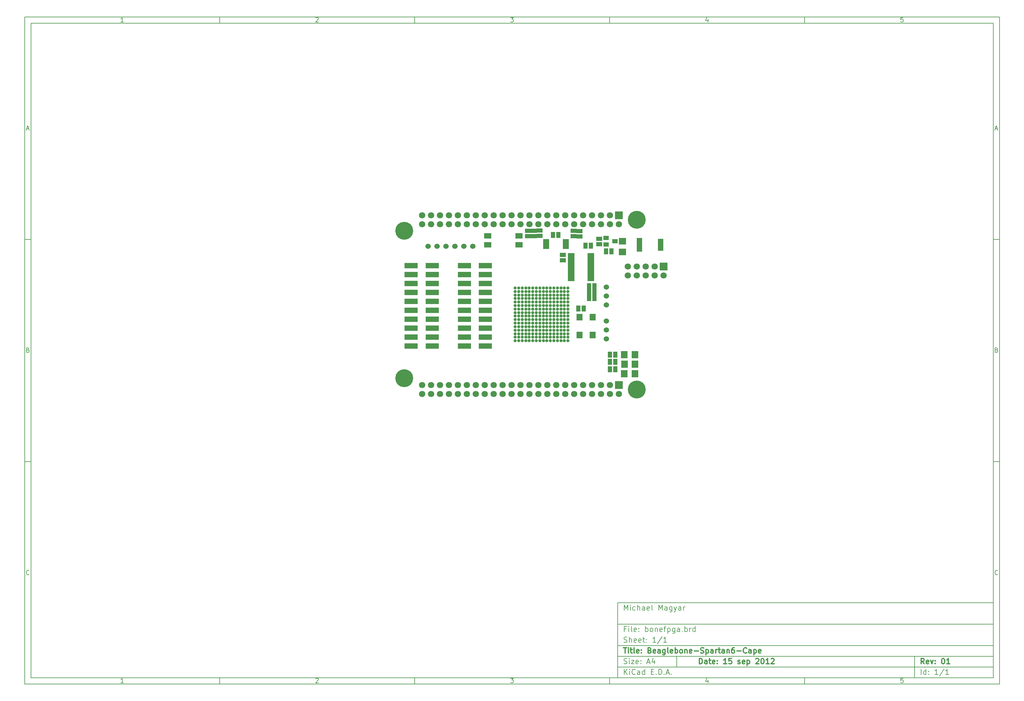
<source format=gts>
G04 (created by PCBNEW-RS274X (2012-jan-04)-stable) date Fri Sep 14 23:37:00 2012*
G01*
G70*
G90*
%MOIN*%
G04 Gerber Fmt 3.4, Leading zero omitted, Abs format*
%FSLAX34Y34*%
G04 APERTURE LIST*
%ADD10C,0.006000*%
%ADD11C,0.012000*%
%ADD12C,0.060200*%
%ADD13C,0.200000*%
%ADD14R,0.085000X0.085000*%
%ADD15C,0.071200*%
%ADD16R,0.067200X0.075100*%
%ADD17R,0.071200X0.031800*%
%ADD18R,0.077900X0.036500*%
%ADD19R,0.059400X0.047600*%
%ADD20R,0.045000X0.065000*%
%ADD21R,0.065000X0.045000*%
%ADD22R,0.145200X0.060200*%
%ADD23R,0.079100X0.063300*%
%ADD24R,0.059400X0.157800*%
%ADD25R,0.059400X0.138100*%
%ADD26R,0.075100X0.083000*%
%ADD27R,0.083000X0.075100*%
%ADD28C,0.035700*%
G04 APERTURE END LIST*
G54D10*
X04000Y-04000D02*
X113000Y-04000D01*
X113000Y-78670D01*
X04000Y-78670D01*
X04000Y-04000D01*
X04700Y-04700D02*
X112300Y-04700D01*
X112300Y-77970D01*
X04700Y-77970D01*
X04700Y-04700D01*
X25800Y-04000D02*
X25800Y-04700D01*
X15043Y-04552D02*
X14757Y-04552D01*
X14900Y-04552D02*
X14900Y-04052D01*
X14852Y-04124D01*
X14805Y-04171D01*
X14757Y-04195D01*
X25800Y-78670D02*
X25800Y-77970D01*
X15043Y-78522D02*
X14757Y-78522D01*
X14900Y-78522D02*
X14900Y-78022D01*
X14852Y-78094D01*
X14805Y-78141D01*
X14757Y-78165D01*
X47600Y-04000D02*
X47600Y-04700D01*
X36557Y-04100D02*
X36581Y-04076D01*
X36629Y-04052D01*
X36748Y-04052D01*
X36795Y-04076D01*
X36819Y-04100D01*
X36843Y-04148D01*
X36843Y-04195D01*
X36819Y-04267D01*
X36533Y-04552D01*
X36843Y-04552D01*
X47600Y-78670D02*
X47600Y-77970D01*
X36557Y-78070D02*
X36581Y-78046D01*
X36629Y-78022D01*
X36748Y-78022D01*
X36795Y-78046D01*
X36819Y-78070D01*
X36843Y-78118D01*
X36843Y-78165D01*
X36819Y-78237D01*
X36533Y-78522D01*
X36843Y-78522D01*
X69400Y-04000D02*
X69400Y-04700D01*
X58333Y-04052D02*
X58643Y-04052D01*
X58476Y-04243D01*
X58548Y-04243D01*
X58595Y-04267D01*
X58619Y-04290D01*
X58643Y-04338D01*
X58643Y-04457D01*
X58619Y-04505D01*
X58595Y-04529D01*
X58548Y-04552D01*
X58405Y-04552D01*
X58357Y-04529D01*
X58333Y-04505D01*
X69400Y-78670D02*
X69400Y-77970D01*
X58333Y-78022D02*
X58643Y-78022D01*
X58476Y-78213D01*
X58548Y-78213D01*
X58595Y-78237D01*
X58619Y-78260D01*
X58643Y-78308D01*
X58643Y-78427D01*
X58619Y-78475D01*
X58595Y-78499D01*
X58548Y-78522D01*
X58405Y-78522D01*
X58357Y-78499D01*
X58333Y-78475D01*
X91200Y-04000D02*
X91200Y-04700D01*
X80395Y-04219D02*
X80395Y-04552D01*
X80276Y-04029D02*
X80157Y-04386D01*
X80467Y-04386D01*
X91200Y-78670D02*
X91200Y-77970D01*
X80395Y-78189D02*
X80395Y-78522D01*
X80276Y-77999D02*
X80157Y-78356D01*
X80467Y-78356D01*
X102219Y-04052D02*
X101981Y-04052D01*
X101957Y-04290D01*
X101981Y-04267D01*
X102029Y-04243D01*
X102148Y-04243D01*
X102195Y-04267D01*
X102219Y-04290D01*
X102243Y-04338D01*
X102243Y-04457D01*
X102219Y-04505D01*
X102195Y-04529D01*
X102148Y-04552D01*
X102029Y-04552D01*
X101981Y-04529D01*
X101957Y-04505D01*
X102219Y-78022D02*
X101981Y-78022D01*
X101957Y-78260D01*
X101981Y-78237D01*
X102029Y-78213D01*
X102148Y-78213D01*
X102195Y-78237D01*
X102219Y-78260D01*
X102243Y-78308D01*
X102243Y-78427D01*
X102219Y-78475D01*
X102195Y-78499D01*
X102148Y-78522D01*
X102029Y-78522D01*
X101981Y-78499D01*
X101957Y-78475D01*
X04000Y-28890D02*
X04700Y-28890D01*
X04231Y-16510D02*
X04469Y-16510D01*
X04184Y-16652D02*
X04350Y-16152D01*
X04517Y-16652D01*
X113000Y-28890D02*
X112300Y-28890D01*
X112531Y-16510D02*
X112769Y-16510D01*
X112484Y-16652D02*
X112650Y-16152D01*
X112817Y-16652D01*
X04000Y-53780D02*
X04700Y-53780D01*
X04386Y-41280D02*
X04457Y-41304D01*
X04481Y-41328D01*
X04505Y-41376D01*
X04505Y-41447D01*
X04481Y-41495D01*
X04457Y-41519D01*
X04410Y-41542D01*
X04219Y-41542D01*
X04219Y-41042D01*
X04386Y-41042D01*
X04433Y-41066D01*
X04457Y-41090D01*
X04481Y-41138D01*
X04481Y-41185D01*
X04457Y-41233D01*
X04433Y-41257D01*
X04386Y-41280D01*
X04219Y-41280D01*
X113000Y-53780D02*
X112300Y-53780D01*
X112686Y-41280D02*
X112757Y-41304D01*
X112781Y-41328D01*
X112805Y-41376D01*
X112805Y-41447D01*
X112781Y-41495D01*
X112757Y-41519D01*
X112710Y-41542D01*
X112519Y-41542D01*
X112519Y-41042D01*
X112686Y-41042D01*
X112733Y-41066D01*
X112757Y-41090D01*
X112781Y-41138D01*
X112781Y-41185D01*
X112757Y-41233D01*
X112733Y-41257D01*
X112686Y-41280D01*
X112519Y-41280D01*
X04505Y-66385D02*
X04481Y-66409D01*
X04410Y-66432D01*
X04362Y-66432D01*
X04290Y-66409D01*
X04243Y-66361D01*
X04219Y-66313D01*
X04195Y-66218D01*
X04195Y-66147D01*
X04219Y-66051D01*
X04243Y-66004D01*
X04290Y-65956D01*
X04362Y-65932D01*
X04410Y-65932D01*
X04481Y-65956D01*
X04505Y-65980D01*
X112805Y-66385D02*
X112781Y-66409D01*
X112710Y-66432D01*
X112662Y-66432D01*
X112590Y-66409D01*
X112543Y-66361D01*
X112519Y-66313D01*
X112495Y-66218D01*
X112495Y-66147D01*
X112519Y-66051D01*
X112543Y-66004D01*
X112590Y-65956D01*
X112662Y-65932D01*
X112710Y-65932D01*
X112781Y-65956D01*
X112805Y-65980D01*
G54D11*
X79443Y-76413D02*
X79443Y-75813D01*
X79586Y-75813D01*
X79671Y-75841D01*
X79729Y-75899D01*
X79757Y-75956D01*
X79786Y-76070D01*
X79786Y-76156D01*
X79757Y-76270D01*
X79729Y-76327D01*
X79671Y-76384D01*
X79586Y-76413D01*
X79443Y-76413D01*
X80300Y-76413D02*
X80300Y-76099D01*
X80271Y-76041D01*
X80214Y-76013D01*
X80100Y-76013D01*
X80043Y-76041D01*
X80300Y-76384D02*
X80243Y-76413D01*
X80100Y-76413D01*
X80043Y-76384D01*
X80014Y-76327D01*
X80014Y-76270D01*
X80043Y-76213D01*
X80100Y-76184D01*
X80243Y-76184D01*
X80300Y-76156D01*
X80500Y-76013D02*
X80729Y-76013D01*
X80586Y-75813D02*
X80586Y-76327D01*
X80614Y-76384D01*
X80672Y-76413D01*
X80729Y-76413D01*
X81157Y-76384D02*
X81100Y-76413D01*
X80986Y-76413D01*
X80929Y-76384D01*
X80900Y-76327D01*
X80900Y-76099D01*
X80929Y-76041D01*
X80986Y-76013D01*
X81100Y-76013D01*
X81157Y-76041D01*
X81186Y-76099D01*
X81186Y-76156D01*
X80900Y-76213D01*
X81443Y-76356D02*
X81471Y-76384D01*
X81443Y-76413D01*
X81414Y-76384D01*
X81443Y-76356D01*
X81443Y-76413D01*
X81443Y-76041D02*
X81471Y-76070D01*
X81443Y-76099D01*
X81414Y-76070D01*
X81443Y-76041D01*
X81443Y-76099D01*
X82500Y-76413D02*
X82157Y-76413D01*
X82329Y-76413D02*
X82329Y-75813D01*
X82272Y-75899D01*
X82214Y-75956D01*
X82157Y-75984D01*
X83043Y-75813D02*
X82757Y-75813D01*
X82728Y-76099D01*
X82757Y-76070D01*
X82814Y-76041D01*
X82957Y-76041D01*
X83014Y-76070D01*
X83043Y-76099D01*
X83071Y-76156D01*
X83071Y-76299D01*
X83043Y-76356D01*
X83014Y-76384D01*
X82957Y-76413D01*
X82814Y-76413D01*
X82757Y-76384D01*
X82728Y-76356D01*
X83756Y-76384D02*
X83813Y-76413D01*
X83928Y-76413D01*
X83985Y-76384D01*
X84013Y-76327D01*
X84013Y-76299D01*
X83985Y-76241D01*
X83928Y-76213D01*
X83842Y-76213D01*
X83785Y-76184D01*
X83756Y-76127D01*
X83756Y-76099D01*
X83785Y-76041D01*
X83842Y-76013D01*
X83928Y-76013D01*
X83985Y-76041D01*
X84499Y-76384D02*
X84442Y-76413D01*
X84328Y-76413D01*
X84271Y-76384D01*
X84242Y-76327D01*
X84242Y-76099D01*
X84271Y-76041D01*
X84328Y-76013D01*
X84442Y-76013D01*
X84499Y-76041D01*
X84528Y-76099D01*
X84528Y-76156D01*
X84242Y-76213D01*
X84785Y-76013D02*
X84785Y-76613D01*
X84785Y-76041D02*
X84842Y-76013D01*
X84956Y-76013D01*
X85013Y-76041D01*
X85042Y-76070D01*
X85071Y-76127D01*
X85071Y-76299D01*
X85042Y-76356D01*
X85013Y-76384D01*
X84956Y-76413D01*
X84842Y-76413D01*
X84785Y-76384D01*
X85756Y-75870D02*
X85785Y-75841D01*
X85842Y-75813D01*
X85985Y-75813D01*
X86042Y-75841D01*
X86071Y-75870D01*
X86099Y-75927D01*
X86099Y-75984D01*
X86071Y-76070D01*
X85728Y-76413D01*
X86099Y-76413D01*
X86470Y-75813D02*
X86527Y-75813D01*
X86584Y-75841D01*
X86613Y-75870D01*
X86642Y-75927D01*
X86670Y-76041D01*
X86670Y-76184D01*
X86642Y-76299D01*
X86613Y-76356D01*
X86584Y-76384D01*
X86527Y-76413D01*
X86470Y-76413D01*
X86413Y-76384D01*
X86384Y-76356D01*
X86356Y-76299D01*
X86327Y-76184D01*
X86327Y-76041D01*
X86356Y-75927D01*
X86384Y-75870D01*
X86413Y-75841D01*
X86470Y-75813D01*
X87241Y-76413D02*
X86898Y-76413D01*
X87070Y-76413D02*
X87070Y-75813D01*
X87013Y-75899D01*
X86955Y-75956D01*
X86898Y-75984D01*
X87469Y-75870D02*
X87498Y-75841D01*
X87555Y-75813D01*
X87698Y-75813D01*
X87755Y-75841D01*
X87784Y-75870D01*
X87812Y-75927D01*
X87812Y-75984D01*
X87784Y-76070D01*
X87441Y-76413D01*
X87812Y-76413D01*
G54D10*
X71043Y-77613D02*
X71043Y-77013D01*
X71386Y-77613D02*
X71129Y-77270D01*
X71386Y-77013D02*
X71043Y-77356D01*
X71643Y-77613D02*
X71643Y-77213D01*
X71643Y-77013D02*
X71614Y-77041D01*
X71643Y-77070D01*
X71671Y-77041D01*
X71643Y-77013D01*
X71643Y-77070D01*
X72272Y-77556D02*
X72243Y-77584D01*
X72157Y-77613D01*
X72100Y-77613D01*
X72015Y-77584D01*
X71957Y-77527D01*
X71929Y-77470D01*
X71900Y-77356D01*
X71900Y-77270D01*
X71929Y-77156D01*
X71957Y-77099D01*
X72015Y-77041D01*
X72100Y-77013D01*
X72157Y-77013D01*
X72243Y-77041D01*
X72272Y-77070D01*
X72786Y-77613D02*
X72786Y-77299D01*
X72757Y-77241D01*
X72700Y-77213D01*
X72586Y-77213D01*
X72529Y-77241D01*
X72786Y-77584D02*
X72729Y-77613D01*
X72586Y-77613D01*
X72529Y-77584D01*
X72500Y-77527D01*
X72500Y-77470D01*
X72529Y-77413D01*
X72586Y-77384D01*
X72729Y-77384D01*
X72786Y-77356D01*
X73329Y-77613D02*
X73329Y-77013D01*
X73329Y-77584D02*
X73272Y-77613D01*
X73158Y-77613D01*
X73100Y-77584D01*
X73072Y-77556D01*
X73043Y-77499D01*
X73043Y-77327D01*
X73072Y-77270D01*
X73100Y-77241D01*
X73158Y-77213D01*
X73272Y-77213D01*
X73329Y-77241D01*
X74072Y-77299D02*
X74272Y-77299D01*
X74358Y-77613D02*
X74072Y-77613D01*
X74072Y-77013D01*
X74358Y-77013D01*
X74615Y-77556D02*
X74643Y-77584D01*
X74615Y-77613D01*
X74586Y-77584D01*
X74615Y-77556D01*
X74615Y-77613D01*
X74901Y-77613D02*
X74901Y-77013D01*
X75044Y-77013D01*
X75129Y-77041D01*
X75187Y-77099D01*
X75215Y-77156D01*
X75244Y-77270D01*
X75244Y-77356D01*
X75215Y-77470D01*
X75187Y-77527D01*
X75129Y-77584D01*
X75044Y-77613D01*
X74901Y-77613D01*
X75501Y-77556D02*
X75529Y-77584D01*
X75501Y-77613D01*
X75472Y-77584D01*
X75501Y-77556D01*
X75501Y-77613D01*
X75758Y-77441D02*
X76044Y-77441D01*
X75701Y-77613D02*
X75901Y-77013D01*
X76101Y-77613D01*
X76301Y-77556D02*
X76329Y-77584D01*
X76301Y-77613D01*
X76272Y-77584D01*
X76301Y-77556D01*
X76301Y-77613D01*
G54D11*
X104586Y-76413D02*
X104386Y-76127D01*
X104243Y-76413D02*
X104243Y-75813D01*
X104471Y-75813D01*
X104529Y-75841D01*
X104557Y-75870D01*
X104586Y-75927D01*
X104586Y-76013D01*
X104557Y-76070D01*
X104529Y-76099D01*
X104471Y-76127D01*
X104243Y-76127D01*
X105071Y-76384D02*
X105014Y-76413D01*
X104900Y-76413D01*
X104843Y-76384D01*
X104814Y-76327D01*
X104814Y-76099D01*
X104843Y-76041D01*
X104900Y-76013D01*
X105014Y-76013D01*
X105071Y-76041D01*
X105100Y-76099D01*
X105100Y-76156D01*
X104814Y-76213D01*
X105300Y-76013D02*
X105443Y-76413D01*
X105585Y-76013D01*
X105814Y-76356D02*
X105842Y-76384D01*
X105814Y-76413D01*
X105785Y-76384D01*
X105814Y-76356D01*
X105814Y-76413D01*
X105814Y-76041D02*
X105842Y-76070D01*
X105814Y-76099D01*
X105785Y-76070D01*
X105814Y-76041D01*
X105814Y-76099D01*
X106671Y-75813D02*
X106728Y-75813D01*
X106785Y-75841D01*
X106814Y-75870D01*
X106843Y-75927D01*
X106871Y-76041D01*
X106871Y-76184D01*
X106843Y-76299D01*
X106814Y-76356D01*
X106785Y-76384D01*
X106728Y-76413D01*
X106671Y-76413D01*
X106614Y-76384D01*
X106585Y-76356D01*
X106557Y-76299D01*
X106528Y-76184D01*
X106528Y-76041D01*
X106557Y-75927D01*
X106585Y-75870D01*
X106614Y-75841D01*
X106671Y-75813D01*
X107442Y-76413D02*
X107099Y-76413D01*
X107271Y-76413D02*
X107271Y-75813D01*
X107214Y-75899D01*
X107156Y-75956D01*
X107099Y-75984D01*
G54D10*
X71014Y-76384D02*
X71100Y-76413D01*
X71243Y-76413D01*
X71300Y-76384D01*
X71329Y-76356D01*
X71357Y-76299D01*
X71357Y-76241D01*
X71329Y-76184D01*
X71300Y-76156D01*
X71243Y-76127D01*
X71129Y-76099D01*
X71071Y-76070D01*
X71043Y-76041D01*
X71014Y-75984D01*
X71014Y-75927D01*
X71043Y-75870D01*
X71071Y-75841D01*
X71129Y-75813D01*
X71271Y-75813D01*
X71357Y-75841D01*
X71614Y-76413D02*
X71614Y-76013D01*
X71614Y-75813D02*
X71585Y-75841D01*
X71614Y-75870D01*
X71642Y-75841D01*
X71614Y-75813D01*
X71614Y-75870D01*
X71843Y-76013D02*
X72157Y-76013D01*
X71843Y-76413D01*
X72157Y-76413D01*
X72614Y-76384D02*
X72557Y-76413D01*
X72443Y-76413D01*
X72386Y-76384D01*
X72357Y-76327D01*
X72357Y-76099D01*
X72386Y-76041D01*
X72443Y-76013D01*
X72557Y-76013D01*
X72614Y-76041D01*
X72643Y-76099D01*
X72643Y-76156D01*
X72357Y-76213D01*
X72900Y-76356D02*
X72928Y-76384D01*
X72900Y-76413D01*
X72871Y-76384D01*
X72900Y-76356D01*
X72900Y-76413D01*
X72900Y-76041D02*
X72928Y-76070D01*
X72900Y-76099D01*
X72871Y-76070D01*
X72900Y-76041D01*
X72900Y-76099D01*
X73614Y-76241D02*
X73900Y-76241D01*
X73557Y-76413D02*
X73757Y-75813D01*
X73957Y-76413D01*
X74414Y-76013D02*
X74414Y-76413D01*
X74271Y-75784D02*
X74128Y-76213D01*
X74500Y-76213D01*
X104243Y-77613D02*
X104243Y-77013D01*
X104786Y-77613D02*
X104786Y-77013D01*
X104786Y-77584D02*
X104729Y-77613D01*
X104615Y-77613D01*
X104557Y-77584D01*
X104529Y-77556D01*
X104500Y-77499D01*
X104500Y-77327D01*
X104529Y-77270D01*
X104557Y-77241D01*
X104615Y-77213D01*
X104729Y-77213D01*
X104786Y-77241D01*
X105072Y-77556D02*
X105100Y-77584D01*
X105072Y-77613D01*
X105043Y-77584D01*
X105072Y-77556D01*
X105072Y-77613D01*
X105072Y-77241D02*
X105100Y-77270D01*
X105072Y-77299D01*
X105043Y-77270D01*
X105072Y-77241D01*
X105072Y-77299D01*
X106129Y-77613D02*
X105786Y-77613D01*
X105958Y-77613D02*
X105958Y-77013D01*
X105901Y-77099D01*
X105843Y-77156D01*
X105786Y-77184D01*
X106814Y-76984D02*
X106300Y-77756D01*
X107329Y-77613D02*
X106986Y-77613D01*
X107158Y-77613D02*
X107158Y-77013D01*
X107101Y-77099D01*
X107043Y-77156D01*
X106986Y-77184D01*
G54D11*
X70957Y-74613D02*
X71300Y-74613D01*
X71129Y-75213D02*
X71129Y-74613D01*
X71500Y-75213D02*
X71500Y-74813D01*
X71500Y-74613D02*
X71471Y-74641D01*
X71500Y-74670D01*
X71528Y-74641D01*
X71500Y-74613D01*
X71500Y-74670D01*
X71700Y-74813D02*
X71929Y-74813D01*
X71786Y-74613D02*
X71786Y-75127D01*
X71814Y-75184D01*
X71872Y-75213D01*
X71929Y-75213D01*
X72215Y-75213D02*
X72157Y-75184D01*
X72129Y-75127D01*
X72129Y-74613D01*
X72671Y-75184D02*
X72614Y-75213D01*
X72500Y-75213D01*
X72443Y-75184D01*
X72414Y-75127D01*
X72414Y-74899D01*
X72443Y-74841D01*
X72500Y-74813D01*
X72614Y-74813D01*
X72671Y-74841D01*
X72700Y-74899D01*
X72700Y-74956D01*
X72414Y-75013D01*
X72957Y-75156D02*
X72985Y-75184D01*
X72957Y-75213D01*
X72928Y-75184D01*
X72957Y-75156D01*
X72957Y-75213D01*
X72957Y-74841D02*
X72985Y-74870D01*
X72957Y-74899D01*
X72928Y-74870D01*
X72957Y-74841D01*
X72957Y-74899D01*
X73900Y-74899D02*
X73986Y-74927D01*
X74014Y-74956D01*
X74043Y-75013D01*
X74043Y-75099D01*
X74014Y-75156D01*
X73986Y-75184D01*
X73928Y-75213D01*
X73700Y-75213D01*
X73700Y-74613D01*
X73900Y-74613D01*
X73957Y-74641D01*
X73986Y-74670D01*
X74014Y-74727D01*
X74014Y-74784D01*
X73986Y-74841D01*
X73957Y-74870D01*
X73900Y-74899D01*
X73700Y-74899D01*
X74528Y-75184D02*
X74471Y-75213D01*
X74357Y-75213D01*
X74300Y-75184D01*
X74271Y-75127D01*
X74271Y-74899D01*
X74300Y-74841D01*
X74357Y-74813D01*
X74471Y-74813D01*
X74528Y-74841D01*
X74557Y-74899D01*
X74557Y-74956D01*
X74271Y-75013D01*
X75071Y-75213D02*
X75071Y-74899D01*
X75042Y-74841D01*
X74985Y-74813D01*
X74871Y-74813D01*
X74814Y-74841D01*
X75071Y-75184D02*
X75014Y-75213D01*
X74871Y-75213D01*
X74814Y-75184D01*
X74785Y-75127D01*
X74785Y-75070D01*
X74814Y-75013D01*
X74871Y-74984D01*
X75014Y-74984D01*
X75071Y-74956D01*
X75614Y-74813D02*
X75614Y-75299D01*
X75585Y-75356D01*
X75557Y-75384D01*
X75500Y-75413D01*
X75414Y-75413D01*
X75357Y-75384D01*
X75614Y-75184D02*
X75557Y-75213D01*
X75443Y-75213D01*
X75385Y-75184D01*
X75357Y-75156D01*
X75328Y-75099D01*
X75328Y-74927D01*
X75357Y-74870D01*
X75385Y-74841D01*
X75443Y-74813D01*
X75557Y-74813D01*
X75614Y-74841D01*
X75986Y-75213D02*
X75928Y-75184D01*
X75900Y-75127D01*
X75900Y-74613D01*
X76442Y-75184D02*
X76385Y-75213D01*
X76271Y-75213D01*
X76214Y-75184D01*
X76185Y-75127D01*
X76185Y-74899D01*
X76214Y-74841D01*
X76271Y-74813D01*
X76385Y-74813D01*
X76442Y-74841D01*
X76471Y-74899D01*
X76471Y-74956D01*
X76185Y-75013D01*
X76728Y-75213D02*
X76728Y-74613D01*
X76728Y-74841D02*
X76785Y-74813D01*
X76899Y-74813D01*
X76956Y-74841D01*
X76985Y-74870D01*
X77014Y-74927D01*
X77014Y-75099D01*
X76985Y-75156D01*
X76956Y-75184D01*
X76899Y-75213D01*
X76785Y-75213D01*
X76728Y-75184D01*
X77357Y-75213D02*
X77299Y-75184D01*
X77271Y-75156D01*
X77242Y-75099D01*
X77242Y-74927D01*
X77271Y-74870D01*
X77299Y-74841D01*
X77357Y-74813D01*
X77442Y-74813D01*
X77499Y-74841D01*
X77528Y-74870D01*
X77557Y-74927D01*
X77557Y-75099D01*
X77528Y-75156D01*
X77499Y-75184D01*
X77442Y-75213D01*
X77357Y-75213D01*
X77814Y-74813D02*
X77814Y-75213D01*
X77814Y-74870D02*
X77842Y-74841D01*
X77900Y-74813D01*
X77985Y-74813D01*
X78042Y-74841D01*
X78071Y-74899D01*
X78071Y-75213D01*
X78585Y-75184D02*
X78528Y-75213D01*
X78414Y-75213D01*
X78357Y-75184D01*
X78328Y-75127D01*
X78328Y-74899D01*
X78357Y-74841D01*
X78414Y-74813D01*
X78528Y-74813D01*
X78585Y-74841D01*
X78614Y-74899D01*
X78614Y-74956D01*
X78328Y-75013D01*
X78871Y-74984D02*
X79328Y-74984D01*
X79585Y-75184D02*
X79671Y-75213D01*
X79814Y-75213D01*
X79871Y-75184D01*
X79900Y-75156D01*
X79928Y-75099D01*
X79928Y-75041D01*
X79900Y-74984D01*
X79871Y-74956D01*
X79814Y-74927D01*
X79700Y-74899D01*
X79642Y-74870D01*
X79614Y-74841D01*
X79585Y-74784D01*
X79585Y-74727D01*
X79614Y-74670D01*
X79642Y-74641D01*
X79700Y-74613D01*
X79842Y-74613D01*
X79928Y-74641D01*
X80185Y-74813D02*
X80185Y-75413D01*
X80185Y-74841D02*
X80242Y-74813D01*
X80356Y-74813D01*
X80413Y-74841D01*
X80442Y-74870D01*
X80471Y-74927D01*
X80471Y-75099D01*
X80442Y-75156D01*
X80413Y-75184D01*
X80356Y-75213D01*
X80242Y-75213D01*
X80185Y-75184D01*
X80985Y-75213D02*
X80985Y-74899D01*
X80956Y-74841D01*
X80899Y-74813D01*
X80785Y-74813D01*
X80728Y-74841D01*
X80985Y-75184D02*
X80928Y-75213D01*
X80785Y-75213D01*
X80728Y-75184D01*
X80699Y-75127D01*
X80699Y-75070D01*
X80728Y-75013D01*
X80785Y-74984D01*
X80928Y-74984D01*
X80985Y-74956D01*
X81271Y-75213D02*
X81271Y-74813D01*
X81271Y-74927D02*
X81299Y-74870D01*
X81328Y-74841D01*
X81385Y-74813D01*
X81442Y-74813D01*
X81556Y-74813D02*
X81785Y-74813D01*
X81642Y-74613D02*
X81642Y-75127D01*
X81670Y-75184D01*
X81728Y-75213D01*
X81785Y-75213D01*
X82242Y-75213D02*
X82242Y-74899D01*
X82213Y-74841D01*
X82156Y-74813D01*
X82042Y-74813D01*
X81985Y-74841D01*
X82242Y-75184D02*
X82185Y-75213D01*
X82042Y-75213D01*
X81985Y-75184D01*
X81956Y-75127D01*
X81956Y-75070D01*
X81985Y-75013D01*
X82042Y-74984D01*
X82185Y-74984D01*
X82242Y-74956D01*
X82528Y-74813D02*
X82528Y-75213D01*
X82528Y-74870D02*
X82556Y-74841D01*
X82614Y-74813D01*
X82699Y-74813D01*
X82756Y-74841D01*
X82785Y-74899D01*
X82785Y-75213D01*
X83328Y-74613D02*
X83214Y-74613D01*
X83157Y-74641D01*
X83128Y-74670D01*
X83071Y-74756D01*
X83042Y-74870D01*
X83042Y-75099D01*
X83071Y-75156D01*
X83099Y-75184D01*
X83157Y-75213D01*
X83271Y-75213D01*
X83328Y-75184D01*
X83357Y-75156D01*
X83385Y-75099D01*
X83385Y-74956D01*
X83357Y-74899D01*
X83328Y-74870D01*
X83271Y-74841D01*
X83157Y-74841D01*
X83099Y-74870D01*
X83071Y-74899D01*
X83042Y-74956D01*
X83642Y-74984D02*
X84099Y-74984D01*
X84728Y-75156D02*
X84699Y-75184D01*
X84613Y-75213D01*
X84556Y-75213D01*
X84471Y-75184D01*
X84413Y-75127D01*
X84385Y-75070D01*
X84356Y-74956D01*
X84356Y-74870D01*
X84385Y-74756D01*
X84413Y-74699D01*
X84471Y-74641D01*
X84556Y-74613D01*
X84613Y-74613D01*
X84699Y-74641D01*
X84728Y-74670D01*
X85242Y-75213D02*
X85242Y-74899D01*
X85213Y-74841D01*
X85156Y-74813D01*
X85042Y-74813D01*
X84985Y-74841D01*
X85242Y-75184D02*
X85185Y-75213D01*
X85042Y-75213D01*
X84985Y-75184D01*
X84956Y-75127D01*
X84956Y-75070D01*
X84985Y-75013D01*
X85042Y-74984D01*
X85185Y-74984D01*
X85242Y-74956D01*
X85528Y-74813D02*
X85528Y-75413D01*
X85528Y-74841D02*
X85585Y-74813D01*
X85699Y-74813D01*
X85756Y-74841D01*
X85785Y-74870D01*
X85814Y-74927D01*
X85814Y-75099D01*
X85785Y-75156D01*
X85756Y-75184D01*
X85699Y-75213D01*
X85585Y-75213D01*
X85528Y-75184D01*
X86299Y-75184D02*
X86242Y-75213D01*
X86128Y-75213D01*
X86071Y-75184D01*
X86042Y-75127D01*
X86042Y-74899D01*
X86071Y-74841D01*
X86128Y-74813D01*
X86242Y-74813D01*
X86299Y-74841D01*
X86328Y-74899D01*
X86328Y-74956D01*
X86042Y-75013D01*
G54D10*
X71243Y-72499D02*
X71043Y-72499D01*
X71043Y-72813D02*
X71043Y-72213D01*
X71329Y-72213D01*
X71557Y-72813D02*
X71557Y-72413D01*
X71557Y-72213D02*
X71528Y-72241D01*
X71557Y-72270D01*
X71585Y-72241D01*
X71557Y-72213D01*
X71557Y-72270D01*
X71929Y-72813D02*
X71871Y-72784D01*
X71843Y-72727D01*
X71843Y-72213D01*
X72385Y-72784D02*
X72328Y-72813D01*
X72214Y-72813D01*
X72157Y-72784D01*
X72128Y-72727D01*
X72128Y-72499D01*
X72157Y-72441D01*
X72214Y-72413D01*
X72328Y-72413D01*
X72385Y-72441D01*
X72414Y-72499D01*
X72414Y-72556D01*
X72128Y-72613D01*
X72671Y-72756D02*
X72699Y-72784D01*
X72671Y-72813D01*
X72642Y-72784D01*
X72671Y-72756D01*
X72671Y-72813D01*
X72671Y-72441D02*
X72699Y-72470D01*
X72671Y-72499D01*
X72642Y-72470D01*
X72671Y-72441D01*
X72671Y-72499D01*
X73414Y-72813D02*
X73414Y-72213D01*
X73414Y-72441D02*
X73471Y-72413D01*
X73585Y-72413D01*
X73642Y-72441D01*
X73671Y-72470D01*
X73700Y-72527D01*
X73700Y-72699D01*
X73671Y-72756D01*
X73642Y-72784D01*
X73585Y-72813D01*
X73471Y-72813D01*
X73414Y-72784D01*
X74043Y-72813D02*
X73985Y-72784D01*
X73957Y-72756D01*
X73928Y-72699D01*
X73928Y-72527D01*
X73957Y-72470D01*
X73985Y-72441D01*
X74043Y-72413D01*
X74128Y-72413D01*
X74185Y-72441D01*
X74214Y-72470D01*
X74243Y-72527D01*
X74243Y-72699D01*
X74214Y-72756D01*
X74185Y-72784D01*
X74128Y-72813D01*
X74043Y-72813D01*
X74500Y-72413D02*
X74500Y-72813D01*
X74500Y-72470D02*
X74528Y-72441D01*
X74586Y-72413D01*
X74671Y-72413D01*
X74728Y-72441D01*
X74757Y-72499D01*
X74757Y-72813D01*
X75271Y-72784D02*
X75214Y-72813D01*
X75100Y-72813D01*
X75043Y-72784D01*
X75014Y-72727D01*
X75014Y-72499D01*
X75043Y-72441D01*
X75100Y-72413D01*
X75214Y-72413D01*
X75271Y-72441D01*
X75300Y-72499D01*
X75300Y-72556D01*
X75014Y-72613D01*
X75471Y-72413D02*
X75700Y-72413D01*
X75557Y-72813D02*
X75557Y-72299D01*
X75585Y-72241D01*
X75643Y-72213D01*
X75700Y-72213D01*
X75900Y-72413D02*
X75900Y-73013D01*
X75900Y-72441D02*
X75957Y-72413D01*
X76071Y-72413D01*
X76128Y-72441D01*
X76157Y-72470D01*
X76186Y-72527D01*
X76186Y-72699D01*
X76157Y-72756D01*
X76128Y-72784D01*
X76071Y-72813D01*
X75957Y-72813D01*
X75900Y-72784D01*
X76700Y-72413D02*
X76700Y-72899D01*
X76671Y-72956D01*
X76643Y-72984D01*
X76586Y-73013D01*
X76500Y-73013D01*
X76443Y-72984D01*
X76700Y-72784D02*
X76643Y-72813D01*
X76529Y-72813D01*
X76471Y-72784D01*
X76443Y-72756D01*
X76414Y-72699D01*
X76414Y-72527D01*
X76443Y-72470D01*
X76471Y-72441D01*
X76529Y-72413D01*
X76643Y-72413D01*
X76700Y-72441D01*
X77243Y-72813D02*
X77243Y-72499D01*
X77214Y-72441D01*
X77157Y-72413D01*
X77043Y-72413D01*
X76986Y-72441D01*
X77243Y-72784D02*
X77186Y-72813D01*
X77043Y-72813D01*
X76986Y-72784D01*
X76957Y-72727D01*
X76957Y-72670D01*
X76986Y-72613D01*
X77043Y-72584D01*
X77186Y-72584D01*
X77243Y-72556D01*
X77529Y-72756D02*
X77557Y-72784D01*
X77529Y-72813D01*
X77500Y-72784D01*
X77529Y-72756D01*
X77529Y-72813D01*
X77815Y-72813D02*
X77815Y-72213D01*
X77815Y-72441D02*
X77872Y-72413D01*
X77986Y-72413D01*
X78043Y-72441D01*
X78072Y-72470D01*
X78101Y-72527D01*
X78101Y-72699D01*
X78072Y-72756D01*
X78043Y-72784D01*
X77986Y-72813D01*
X77872Y-72813D01*
X77815Y-72784D01*
X78358Y-72813D02*
X78358Y-72413D01*
X78358Y-72527D02*
X78386Y-72470D01*
X78415Y-72441D01*
X78472Y-72413D01*
X78529Y-72413D01*
X78986Y-72813D02*
X78986Y-72213D01*
X78986Y-72784D02*
X78929Y-72813D01*
X78815Y-72813D01*
X78757Y-72784D01*
X78729Y-72756D01*
X78700Y-72699D01*
X78700Y-72527D01*
X78729Y-72470D01*
X78757Y-72441D01*
X78815Y-72413D01*
X78929Y-72413D01*
X78986Y-72441D01*
X71014Y-73984D02*
X71100Y-74013D01*
X71243Y-74013D01*
X71300Y-73984D01*
X71329Y-73956D01*
X71357Y-73899D01*
X71357Y-73841D01*
X71329Y-73784D01*
X71300Y-73756D01*
X71243Y-73727D01*
X71129Y-73699D01*
X71071Y-73670D01*
X71043Y-73641D01*
X71014Y-73584D01*
X71014Y-73527D01*
X71043Y-73470D01*
X71071Y-73441D01*
X71129Y-73413D01*
X71271Y-73413D01*
X71357Y-73441D01*
X71614Y-74013D02*
X71614Y-73413D01*
X71871Y-74013D02*
X71871Y-73699D01*
X71842Y-73641D01*
X71785Y-73613D01*
X71700Y-73613D01*
X71642Y-73641D01*
X71614Y-73670D01*
X72385Y-73984D02*
X72328Y-74013D01*
X72214Y-74013D01*
X72157Y-73984D01*
X72128Y-73927D01*
X72128Y-73699D01*
X72157Y-73641D01*
X72214Y-73613D01*
X72328Y-73613D01*
X72385Y-73641D01*
X72414Y-73699D01*
X72414Y-73756D01*
X72128Y-73813D01*
X72899Y-73984D02*
X72842Y-74013D01*
X72728Y-74013D01*
X72671Y-73984D01*
X72642Y-73927D01*
X72642Y-73699D01*
X72671Y-73641D01*
X72728Y-73613D01*
X72842Y-73613D01*
X72899Y-73641D01*
X72928Y-73699D01*
X72928Y-73756D01*
X72642Y-73813D01*
X73099Y-73613D02*
X73328Y-73613D01*
X73185Y-73413D02*
X73185Y-73927D01*
X73213Y-73984D01*
X73271Y-74013D01*
X73328Y-74013D01*
X73528Y-73956D02*
X73556Y-73984D01*
X73528Y-74013D01*
X73499Y-73984D01*
X73528Y-73956D01*
X73528Y-74013D01*
X73528Y-73641D02*
X73556Y-73670D01*
X73528Y-73699D01*
X73499Y-73670D01*
X73528Y-73641D01*
X73528Y-73699D01*
X74585Y-74013D02*
X74242Y-74013D01*
X74414Y-74013D02*
X74414Y-73413D01*
X74357Y-73499D01*
X74299Y-73556D01*
X74242Y-73584D01*
X75270Y-73384D02*
X74756Y-74156D01*
X75785Y-74013D02*
X75442Y-74013D01*
X75614Y-74013D02*
X75614Y-73413D01*
X75557Y-73499D01*
X75499Y-73556D01*
X75442Y-73584D01*
X71043Y-70413D02*
X71043Y-69813D01*
X71243Y-70241D01*
X71443Y-69813D01*
X71443Y-70413D01*
X71729Y-70413D02*
X71729Y-70013D01*
X71729Y-69813D02*
X71700Y-69841D01*
X71729Y-69870D01*
X71757Y-69841D01*
X71729Y-69813D01*
X71729Y-69870D01*
X72272Y-70384D02*
X72215Y-70413D01*
X72101Y-70413D01*
X72043Y-70384D01*
X72015Y-70356D01*
X71986Y-70299D01*
X71986Y-70127D01*
X72015Y-70070D01*
X72043Y-70041D01*
X72101Y-70013D01*
X72215Y-70013D01*
X72272Y-70041D01*
X72529Y-70413D02*
X72529Y-69813D01*
X72786Y-70413D02*
X72786Y-70099D01*
X72757Y-70041D01*
X72700Y-70013D01*
X72615Y-70013D01*
X72557Y-70041D01*
X72529Y-70070D01*
X73329Y-70413D02*
X73329Y-70099D01*
X73300Y-70041D01*
X73243Y-70013D01*
X73129Y-70013D01*
X73072Y-70041D01*
X73329Y-70384D02*
X73272Y-70413D01*
X73129Y-70413D01*
X73072Y-70384D01*
X73043Y-70327D01*
X73043Y-70270D01*
X73072Y-70213D01*
X73129Y-70184D01*
X73272Y-70184D01*
X73329Y-70156D01*
X73843Y-70384D02*
X73786Y-70413D01*
X73672Y-70413D01*
X73615Y-70384D01*
X73586Y-70327D01*
X73586Y-70099D01*
X73615Y-70041D01*
X73672Y-70013D01*
X73786Y-70013D01*
X73843Y-70041D01*
X73872Y-70099D01*
X73872Y-70156D01*
X73586Y-70213D01*
X74215Y-70413D02*
X74157Y-70384D01*
X74129Y-70327D01*
X74129Y-69813D01*
X74900Y-70413D02*
X74900Y-69813D01*
X75100Y-70241D01*
X75300Y-69813D01*
X75300Y-70413D01*
X75843Y-70413D02*
X75843Y-70099D01*
X75814Y-70041D01*
X75757Y-70013D01*
X75643Y-70013D01*
X75586Y-70041D01*
X75843Y-70384D02*
X75786Y-70413D01*
X75643Y-70413D01*
X75586Y-70384D01*
X75557Y-70327D01*
X75557Y-70270D01*
X75586Y-70213D01*
X75643Y-70184D01*
X75786Y-70184D01*
X75843Y-70156D01*
X76386Y-70013D02*
X76386Y-70499D01*
X76357Y-70556D01*
X76329Y-70584D01*
X76272Y-70613D01*
X76186Y-70613D01*
X76129Y-70584D01*
X76386Y-70384D02*
X76329Y-70413D01*
X76215Y-70413D01*
X76157Y-70384D01*
X76129Y-70356D01*
X76100Y-70299D01*
X76100Y-70127D01*
X76129Y-70070D01*
X76157Y-70041D01*
X76215Y-70013D01*
X76329Y-70013D01*
X76386Y-70041D01*
X76615Y-70013D02*
X76758Y-70413D01*
X76900Y-70013D02*
X76758Y-70413D01*
X76700Y-70556D01*
X76672Y-70584D01*
X76615Y-70613D01*
X77386Y-70413D02*
X77386Y-70099D01*
X77357Y-70041D01*
X77300Y-70013D01*
X77186Y-70013D01*
X77129Y-70041D01*
X77386Y-70384D02*
X77329Y-70413D01*
X77186Y-70413D01*
X77129Y-70384D01*
X77100Y-70327D01*
X77100Y-70270D01*
X77129Y-70213D01*
X77186Y-70184D01*
X77329Y-70184D01*
X77386Y-70156D01*
X77672Y-70413D02*
X77672Y-70013D01*
X77672Y-70127D02*
X77700Y-70070D01*
X77729Y-70041D01*
X77786Y-70013D01*
X77843Y-70013D01*
X70300Y-69570D02*
X70300Y-77970D01*
X70300Y-71970D02*
X112300Y-71970D01*
X70300Y-69570D02*
X112300Y-69570D01*
X70300Y-74370D02*
X112300Y-74370D01*
X103500Y-75570D02*
X103500Y-77970D01*
X70300Y-76770D02*
X112300Y-76770D01*
X70300Y-75570D02*
X112300Y-75570D01*
X76900Y-75570D02*
X76900Y-76770D01*
G54D12*
X54106Y-29681D03*
X53106Y-29681D03*
X52106Y-29681D03*
X49106Y-29681D03*
X50106Y-29681D03*
X51106Y-29681D03*
G54D13*
X46447Y-27947D03*
X72447Y-26697D03*
X72447Y-45697D03*
X46447Y-44447D03*
G54D14*
X70447Y-26197D03*
G54D15*
X70447Y-27197D03*
X69447Y-26197D03*
X69447Y-27197D03*
X68447Y-26197D03*
X68447Y-27197D03*
X67447Y-26197D03*
X67447Y-27197D03*
X66447Y-26197D03*
X66447Y-27197D03*
X65447Y-26197D03*
X65447Y-27197D03*
X64447Y-26197D03*
X64447Y-27197D03*
X63447Y-26197D03*
X63447Y-27197D03*
X62447Y-26197D03*
X62447Y-27197D03*
X61447Y-26197D03*
X61447Y-27197D03*
X60447Y-26197D03*
X60447Y-27197D03*
X59447Y-26197D03*
X59447Y-27197D03*
X58447Y-26197D03*
X58447Y-27197D03*
X57447Y-26197D03*
X57447Y-27197D03*
X56447Y-26197D03*
X56447Y-27197D03*
X55447Y-26197D03*
X55447Y-27197D03*
X54447Y-26197D03*
X54447Y-27197D03*
X53447Y-26197D03*
X53447Y-27197D03*
X52447Y-26197D03*
X52447Y-27197D03*
X51447Y-26197D03*
X51447Y-27197D03*
X50447Y-26197D03*
X50447Y-27197D03*
X49447Y-26197D03*
X49447Y-27197D03*
X48447Y-26197D03*
X48447Y-27197D03*
G54D14*
X70447Y-45197D03*
G54D15*
X70447Y-46197D03*
X69447Y-45197D03*
X69447Y-46197D03*
X68447Y-45197D03*
X68447Y-46197D03*
X67447Y-45197D03*
X67447Y-46197D03*
X66447Y-45197D03*
X66447Y-46197D03*
X65447Y-45197D03*
X65447Y-46197D03*
X64447Y-45197D03*
X64447Y-46197D03*
X63447Y-45197D03*
X63447Y-46197D03*
X62447Y-45197D03*
X62447Y-46197D03*
X61447Y-45197D03*
X61447Y-46197D03*
X60447Y-45197D03*
X60447Y-46197D03*
X59447Y-45197D03*
X59447Y-46197D03*
X58447Y-45197D03*
X58447Y-46197D03*
X57447Y-45197D03*
X57447Y-46197D03*
X56447Y-45197D03*
X56447Y-46197D03*
X55447Y-45197D03*
X55447Y-46197D03*
X54447Y-45197D03*
X54447Y-46197D03*
X53447Y-45197D03*
X53447Y-46197D03*
X52447Y-45197D03*
X52447Y-46197D03*
X51447Y-45197D03*
X51447Y-46197D03*
X50447Y-45197D03*
X50447Y-46197D03*
X49447Y-45197D03*
X49447Y-46197D03*
X48447Y-45197D03*
X48447Y-46197D03*
G54D14*
X75447Y-31947D03*
G54D15*
X75447Y-32947D03*
X74447Y-31947D03*
X74447Y-32947D03*
X73447Y-31947D03*
X73447Y-32947D03*
X72447Y-31947D03*
X72447Y-32947D03*
X71447Y-31947D03*
X71447Y-32947D03*
G54D16*
X66059Y-39591D03*
X66059Y-37591D03*
X67516Y-37591D03*
X67516Y-39591D03*
G54D17*
X62306Y-29031D03*
X62306Y-29281D03*
X62306Y-29541D03*
X62306Y-29791D03*
X64506Y-29791D03*
X64506Y-29541D03*
X64506Y-29281D03*
X64506Y-29026D03*
G54D18*
X65107Y-32124D03*
X65107Y-32380D03*
X65107Y-32636D03*
X65107Y-32892D03*
X65107Y-31356D03*
X65107Y-31612D03*
X65107Y-31868D03*
X67311Y-32124D03*
X67311Y-31868D03*
X67311Y-31612D03*
X67311Y-31356D03*
X67311Y-31100D03*
X67311Y-30844D03*
X65107Y-33148D03*
X67309Y-30588D03*
X65107Y-31100D03*
X65107Y-33404D03*
X67311Y-32380D03*
X65107Y-30845D03*
X67311Y-33404D03*
X67311Y-32635D03*
X65107Y-30589D03*
X67311Y-33148D03*
X67311Y-32891D03*
G54D19*
X70012Y-29110D03*
X69012Y-29485D03*
X69012Y-28735D03*
G54D20*
X69019Y-30228D03*
X69619Y-30228D03*
G54D21*
X68228Y-29450D03*
X68228Y-28850D03*
X60276Y-27924D03*
X60276Y-28524D03*
X60941Y-27932D03*
X60941Y-28532D03*
X61567Y-27909D03*
X61567Y-28509D03*
X66031Y-27952D03*
X66031Y-28552D03*
X65366Y-27936D03*
X65366Y-28536D03*
G54D20*
X67304Y-29591D03*
X66704Y-29591D03*
G54D21*
X64177Y-30649D03*
X64177Y-31249D03*
G54D20*
X67713Y-34803D03*
X67113Y-34803D03*
X67721Y-34142D03*
X67121Y-34142D03*
X67713Y-35469D03*
X67113Y-35469D03*
X70056Y-42610D03*
X69456Y-42610D03*
X70052Y-41791D03*
X69452Y-41791D03*
X70040Y-43449D03*
X69440Y-43449D03*
X65924Y-36646D03*
X66524Y-36646D03*
X63678Y-28417D03*
X63078Y-28417D03*
G54D22*
X47220Y-32831D03*
X49566Y-32831D03*
X47220Y-31831D03*
X49566Y-31831D03*
X49566Y-35831D03*
X47220Y-35831D03*
X49566Y-36831D03*
X47220Y-36831D03*
X49566Y-33831D03*
X47220Y-33831D03*
X49566Y-34831D03*
X47220Y-34831D03*
X47220Y-38831D03*
X49566Y-38831D03*
X47220Y-37831D03*
X49566Y-37831D03*
X47220Y-40831D03*
X49566Y-40831D03*
X47220Y-39831D03*
X49566Y-39831D03*
X53173Y-32831D03*
X55519Y-32831D03*
X53173Y-31831D03*
X55519Y-31831D03*
X55519Y-35831D03*
X53173Y-35831D03*
X55519Y-36831D03*
X53173Y-36831D03*
X55519Y-33831D03*
X53173Y-33831D03*
X55519Y-34831D03*
X53173Y-34831D03*
X53173Y-38831D03*
X55519Y-38831D03*
X53173Y-37831D03*
X55519Y-37831D03*
X53173Y-40831D03*
X55519Y-40831D03*
X53173Y-39831D03*
X55519Y-39831D03*
G54D23*
X55764Y-29492D03*
X55764Y-28492D03*
X59267Y-29492D03*
X59267Y-28492D03*
G54D24*
X72736Y-29504D03*
G54D25*
X75098Y-29504D03*
G54D26*
X71071Y-42870D03*
X72252Y-42870D03*
X71055Y-41803D03*
X72236Y-41803D03*
X71055Y-43945D03*
X72236Y-43945D03*
G54D27*
X70858Y-30291D03*
X70858Y-29110D03*
G54D12*
X69035Y-38039D03*
X69035Y-39039D03*
X69035Y-40039D03*
X69045Y-36240D03*
X69045Y-35240D03*
X69045Y-34240D03*
G54D28*
X58847Y-40240D03*
X58847Y-39847D03*
X58847Y-39453D03*
X58847Y-39059D03*
X58847Y-38665D03*
X58847Y-38272D03*
X58847Y-37878D03*
X58847Y-37484D03*
X58847Y-37091D03*
X58847Y-36697D03*
X58847Y-36303D03*
X58847Y-35910D03*
X58847Y-35516D03*
X58847Y-35122D03*
X58847Y-34728D03*
X58847Y-34335D03*
X59240Y-40240D03*
X59240Y-39847D03*
X59240Y-39453D03*
X59240Y-39059D03*
X59240Y-38665D03*
X59240Y-38272D03*
X59240Y-37878D03*
X59240Y-37484D03*
X59240Y-37091D03*
X59240Y-36697D03*
X59240Y-36303D03*
X59240Y-35909D03*
X59240Y-35516D03*
X59240Y-35122D03*
X59240Y-34729D03*
X59240Y-34335D03*
X59634Y-40240D03*
X59634Y-39847D03*
X59634Y-39453D03*
X59634Y-39059D03*
X59634Y-38665D03*
X59634Y-38272D03*
X59634Y-37878D03*
X59634Y-37484D03*
X59634Y-37091D03*
X59634Y-36697D03*
X59634Y-36303D03*
X59634Y-35910D03*
X59634Y-35516D03*
X59634Y-35122D03*
X59634Y-34728D03*
X59634Y-34335D03*
X60028Y-40240D03*
X60028Y-39847D03*
X60028Y-39453D03*
X60028Y-39059D03*
X60028Y-38665D03*
X60028Y-38272D03*
X60028Y-37878D03*
X60028Y-37484D03*
X60028Y-37091D03*
X60028Y-36697D03*
X60028Y-36303D03*
X60028Y-35910D03*
X60028Y-35516D03*
X60028Y-35122D03*
X60028Y-34728D03*
X60028Y-34335D03*
X60422Y-40240D03*
X60422Y-39847D03*
X60422Y-39453D03*
X60422Y-39059D03*
X60422Y-38665D03*
X60422Y-38272D03*
X60422Y-37878D03*
X60422Y-37484D03*
X60422Y-37091D03*
X60422Y-36697D03*
X60422Y-36303D03*
X60422Y-35910D03*
X60422Y-35516D03*
X60422Y-35122D03*
X60422Y-34728D03*
X60422Y-34335D03*
X60815Y-40240D03*
X60815Y-39847D03*
X60815Y-39453D03*
X60815Y-39059D03*
X60815Y-38665D03*
X60815Y-38272D03*
X60815Y-37878D03*
X60815Y-37484D03*
X60815Y-37091D03*
X60815Y-36697D03*
X60815Y-36303D03*
X60815Y-35910D03*
X60815Y-35516D03*
X60815Y-35122D03*
X60815Y-34728D03*
X60815Y-34335D03*
X61209Y-40240D03*
X61209Y-39847D03*
X61209Y-39453D03*
X61209Y-39059D03*
X61209Y-38665D03*
X61209Y-38272D03*
X61209Y-37878D03*
X61209Y-37484D03*
X61209Y-37091D03*
X61209Y-36697D03*
X61209Y-36303D03*
X61209Y-35910D03*
X61209Y-35516D03*
X61209Y-35122D03*
X61209Y-34728D03*
X61209Y-34335D03*
X61603Y-40240D03*
X61603Y-39847D03*
X61603Y-39453D03*
X61603Y-39059D03*
X61603Y-38665D03*
X61603Y-38272D03*
X61603Y-37878D03*
X61603Y-37484D03*
X61603Y-37091D03*
X61603Y-36697D03*
X61603Y-36303D03*
X61603Y-35910D03*
X61603Y-35516D03*
X61603Y-35122D03*
X61603Y-34728D03*
X61603Y-34335D03*
X61996Y-40240D03*
X61996Y-39847D03*
X61996Y-39453D03*
X61996Y-39059D03*
X61996Y-38665D03*
X61996Y-38272D03*
X61996Y-37878D03*
X61996Y-37484D03*
X61996Y-37091D03*
X61996Y-36697D03*
X61996Y-36303D03*
X61996Y-35910D03*
X61996Y-35516D03*
X61996Y-35122D03*
X61996Y-34728D03*
X61996Y-34335D03*
X62390Y-40240D03*
X62390Y-39847D03*
X62390Y-39453D03*
X62390Y-39059D03*
X62390Y-38665D03*
X62390Y-38272D03*
X62390Y-37878D03*
X62390Y-37484D03*
X62390Y-37091D03*
X62390Y-36697D03*
X62390Y-36303D03*
X62390Y-35910D03*
X62390Y-35516D03*
X62390Y-35122D03*
X62390Y-34728D03*
X62390Y-34335D03*
X62784Y-40240D03*
X62784Y-39847D03*
X62784Y-39453D03*
X62784Y-39059D03*
X62784Y-38665D03*
X62784Y-38272D03*
X62784Y-37878D03*
X62784Y-37484D03*
X62784Y-37091D03*
X62784Y-36697D03*
X62784Y-36303D03*
X62784Y-35910D03*
X62784Y-35516D03*
X62784Y-35122D03*
X62784Y-34728D03*
X62784Y-34335D03*
X63177Y-40240D03*
X63177Y-39847D03*
X63177Y-39453D03*
X63177Y-39059D03*
X63177Y-38665D03*
X63177Y-38272D03*
X63177Y-37878D03*
X63177Y-37484D03*
X63177Y-37091D03*
X63177Y-36697D03*
X63177Y-36303D03*
X63177Y-35910D03*
X63177Y-35516D03*
X63177Y-35122D03*
X63177Y-34728D03*
X63177Y-34335D03*
X63571Y-40240D03*
X63571Y-39847D03*
X63571Y-39453D03*
X63571Y-39059D03*
X63571Y-38665D03*
X63571Y-38272D03*
X63571Y-37878D03*
X63571Y-37484D03*
X63571Y-37091D03*
X63571Y-36697D03*
X63571Y-36303D03*
X63571Y-35910D03*
X63571Y-35516D03*
X63571Y-35122D03*
X63571Y-34728D03*
X63571Y-34335D03*
X63965Y-40240D03*
X63965Y-39847D03*
X63965Y-39453D03*
X63965Y-39059D03*
X63965Y-38665D03*
X63965Y-38272D03*
X63965Y-37878D03*
X63965Y-37484D03*
X63965Y-37091D03*
X63965Y-36697D03*
X63965Y-36303D03*
X63965Y-35910D03*
X63965Y-35516D03*
X63965Y-35122D03*
X63965Y-34728D03*
X63965Y-34335D03*
X64359Y-40240D03*
X64359Y-39847D03*
X64359Y-39453D03*
X64359Y-39059D03*
X64359Y-38665D03*
X64359Y-38272D03*
X64359Y-37878D03*
X64359Y-37484D03*
X64359Y-37091D03*
X64359Y-36697D03*
X64359Y-36303D03*
X64359Y-35910D03*
X64359Y-35516D03*
X64359Y-35122D03*
X64359Y-34728D03*
X64359Y-34335D03*
X64752Y-40240D03*
X64752Y-39847D03*
X64752Y-39453D03*
X64752Y-39059D03*
X64752Y-38665D03*
X64752Y-38272D03*
X64752Y-37878D03*
X64752Y-37484D03*
X64752Y-37091D03*
X64752Y-36697D03*
X64752Y-36303D03*
X64752Y-35910D03*
X64752Y-35516D03*
X64752Y-35122D03*
X64752Y-34728D03*
X64752Y-34335D03*
M02*

</source>
